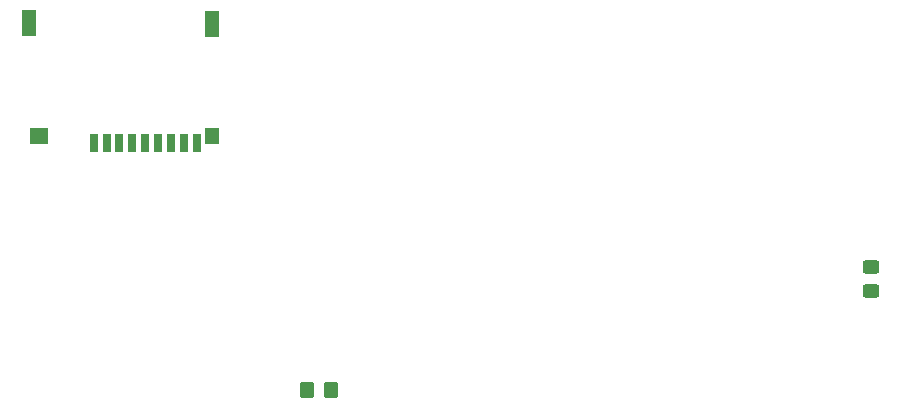
<source format=gbr>
%TF.GenerationSoftware,KiCad,Pcbnew,9.0.1*%
%TF.CreationDate,2025-06-11T14:36:35+02:00*%
%TF.ProjectId,sdiskII_stm32,73646973-6b49-4495-9f73-746d33322e6b,6*%
%TF.SameCoordinates,Original*%
%TF.FileFunction,Paste,Top*%
%TF.FilePolarity,Positive*%
%FSLAX46Y46*%
G04 Gerber Fmt 4.6, Leading zero omitted, Abs format (unit mm)*
G04 Created by KiCad (PCBNEW 9.0.1) date 2025-06-11 14:36:35*
%MOMM*%
%LPD*%
G01*
G04 APERTURE LIST*
G04 Aperture macros list*
%AMRoundRect*
0 Rectangle with rounded corners*
0 $1 Rounding radius*
0 $2 $3 $4 $5 $6 $7 $8 $9 X,Y pos of 4 corners*
0 Add a 4 corners polygon primitive as box body*
4,1,4,$2,$3,$4,$5,$6,$7,$8,$9,$2,$3,0*
0 Add four circle primitives for the rounded corners*
1,1,$1+$1,$2,$3*
1,1,$1+$1,$4,$5*
1,1,$1+$1,$6,$7*
1,1,$1+$1,$8,$9*
0 Add four rect primitives between the rounded corners*
20,1,$1+$1,$2,$3,$4,$5,0*
20,1,$1+$1,$4,$5,$6,$7,0*
20,1,$1+$1,$6,$7,$8,$9,0*
20,1,$1+$1,$8,$9,$2,$3,0*%
G04 Aperture macros list end*
%ADD10RoundRect,0.250000X0.450000X-0.325000X0.450000X0.325000X-0.450000X0.325000X-0.450000X-0.325000X0*%
%ADD11R,1.600000X1.400000*%
%ADD12R,1.200000X2.200000*%
%ADD13R,0.700000X1.600000*%
%ADD14R,1.200000X1.400000*%
%ADD15RoundRect,0.250000X-0.350000X-0.450000X0.350000X-0.450000X0.350000X0.450000X-0.350000X0.450000X0*%
G04 APERTURE END LIST*
D10*
%TO.C,D2*%
X205000000Y-111840000D03*
X205000000Y-109790000D03*
%TD*%
D11*
%TO.C,U2*%
X134540000Y-98750000D03*
D12*
X149140000Y-89250000D03*
D13*
X139140000Y-99350000D03*
X140240000Y-99350000D03*
X141340000Y-99350000D03*
X142440000Y-99350000D03*
X143540000Y-99350000D03*
X144640000Y-99350000D03*
X145740000Y-99350000D03*
X146840000Y-99350000D03*
X147940000Y-99350000D03*
D14*
X149140000Y-98750000D03*
D12*
X133640000Y-89150000D03*
%TD*%
D15*
%TO.C,R4*%
X157250000Y-120230000D03*
X159250000Y-120230000D03*
%TD*%
M02*

</source>
